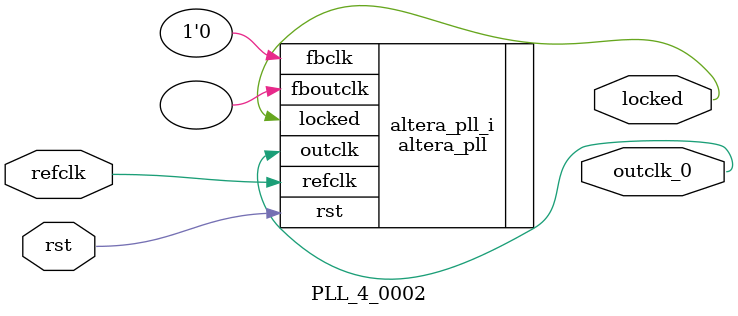
<source format=v>
`timescale 1ns/10ps
module  PLL_4_0002(

	// interface 'refclk'
	input wire refclk,

	// interface 'reset'
	input wire rst,

	// interface 'outclk0'
	output wire outclk_0,

	// interface 'locked'
	output wire locked
);

	altera_pll #(
		.fractional_vco_multiplier("false"),
		.reference_clock_frequency("50.0 MHz"),
		.operation_mode("direct"),
		.number_of_clocks(1),
		.output_clock_frequency0("2.000000 MHz"),
		.phase_shift0("0 ps"),
		.duty_cycle0(50),
		.output_clock_frequency1("0 MHz"),
		.phase_shift1("0 ps"),
		.duty_cycle1(50),
		.output_clock_frequency2("0 MHz"),
		.phase_shift2("0 ps"),
		.duty_cycle2(50),
		.output_clock_frequency3("0 MHz"),
		.phase_shift3("0 ps"),
		.duty_cycle3(50),
		.output_clock_frequency4("0 MHz"),
		.phase_shift4("0 ps"),
		.duty_cycle4(50),
		.output_clock_frequency5("0 MHz"),
		.phase_shift5("0 ps"),
		.duty_cycle5(50),
		.output_clock_frequency6("0 MHz"),
		.phase_shift6("0 ps"),
		.duty_cycle6(50),
		.output_clock_frequency7("0 MHz"),
		.phase_shift7("0 ps"),
		.duty_cycle7(50),
		.output_clock_frequency8("0 MHz"),
		.phase_shift8("0 ps"),
		.duty_cycle8(50),
		.output_clock_frequency9("0 MHz"),
		.phase_shift9("0 ps"),
		.duty_cycle9(50),
		.output_clock_frequency10("0 MHz"),
		.phase_shift10("0 ps"),
		.duty_cycle10(50),
		.output_clock_frequency11("0 MHz"),
		.phase_shift11("0 ps"),
		.duty_cycle11(50),
		.output_clock_frequency12("0 MHz"),
		.phase_shift12("0 ps"),
		.duty_cycle12(50),
		.output_clock_frequency13("0 MHz"),
		.phase_shift13("0 ps"),
		.duty_cycle13(50),
		.output_clock_frequency14("0 MHz"),
		.phase_shift14("0 ps"),
		.duty_cycle14(50),
		.output_clock_frequency15("0 MHz"),
		.phase_shift15("0 ps"),
		.duty_cycle15(50),
		.output_clock_frequency16("0 MHz"),
		.phase_shift16("0 ps"),
		.duty_cycle16(50),
		.output_clock_frequency17("0 MHz"),
		.phase_shift17("0 ps"),
		.duty_cycle17(50),
		.pll_type("General"),
		.pll_subtype("General")
	) altera_pll_i (
		.rst	(rst),
		.outclk	({outclk_0}),
		.locked	(locked),
		.fboutclk	( ),
		.fbclk	(1'b0),
		.refclk	(refclk)
	);
endmodule


</source>
